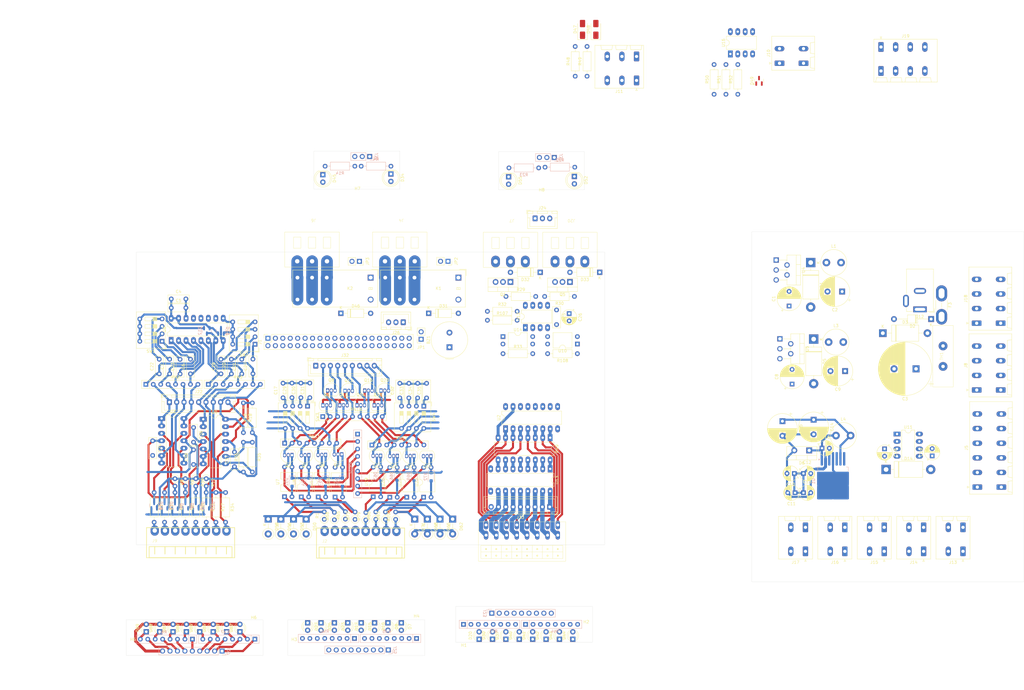
<source format=kicad_pcb>
(kicad_pcb
	(version 20240108)
	(generator "pcbnew")
	(generator_version "8.0")
	(general
		(thickness 1.6)
		(legacy_teardrops no)
	)
	(paper "A3")
	(layers
		(0 "F.Cu" signal)
		(31 "B.Cu" signal)
		(32 "B.Adhes" user "B.Adhesive")
		(33 "F.Adhes" user "F.Adhesive")
		(34 "B.Paste" user)
		(35 "F.Paste" user)
		(36 "B.SilkS" user "B.Silkscreen")
		(37 "F.SilkS" user "F.Silkscreen")
		(38 "B.Mask" user)
		(39 "F.Mask" user)
		(40 "Dwgs.User" user "User.Drawings")
		(41 "Cmts.User" user "User.Comments")
		(42 "Eco1.User" user "User.Eco1")
		(43 "Eco2.User" user "User.Eco2")
		(44 "Edge.Cuts" user)
		(45 "Margin" user)
		(46 "B.CrtYd" user "B.Courtyard")
		(47 "F.CrtYd" user "F.Courtyard")
		(48 "B.Fab" user)
		(49 "F.Fab" user)
		(50 "User.1" user)
		(51 "User.2" user)
		(52 "User.3" user)
		(53 "User.4" user)
		(54 "User.5" user)
		(55 "User.6" user)
		(56 "User.7" user)
		(57 "User.8" user)
		(58 "User.9" user)
	)
	(setup
		(pad_to_mask_clearance 0)
		(allow_soldermask_bridges_in_footprints no)
		(pcbplotparams
			(layerselection 0x00010fc_ffffffff)
			(plot_on_all_layers_selection 0x0000000_00000000)
			(disableapertmacros no)
			(usegerberextensions no)
			(usegerberattributes yes)
			(usegerberadvancedattributes yes)
			(creategerberjobfile yes)
			(dashed_line_dash_ratio 12.000000)
			(dashed_line_gap_ratio 3.000000)
			(svgprecision 4)
			(plotframeref no)
			(viasonmask no)
			(mode 1)
			(useauxorigin no)
			(hpglpennumber 1)
			(hpglpenspeed 20)
			(hpglpendiameter 15.000000)
			(pdf_front_fp_property_popups yes)
			(pdf_back_fp_property_popups yes)
			(dxfpolygonmode yes)
			(dxfimperialunits yes)
			(dxfusepcbnewfont yes)
			(psnegative no)
			(psa4output no)
			(plotreference yes)
			(plotvalue yes)
			(plotfptext yes)
			(plotinvisibletext no)
			(sketchpadsonfab no)
			(subtractmaskfromsilk no)
			(outputformat 1)
			(mirror no)
			(drillshape 1)
			(scaleselection 1)
			(outputdirectory "")
		)
	)
	(net 0 "")
	(net 1 "+5V")
	(net 2 "/Buzzer")
	(net 3 "+24V filtered")
	(net 4 "GND")
	(net 5 "+3V3")
	(net 6 "/ADC_CH3")
	(net 7 "/ADC_CH1")
	(net 8 "+12V")
	(net 9 "Net-(D6-K)")
	(net 10 "Net-(U1-BOOT)")
	(net 11 "/Dig-IN_1")
	(net 12 "Net-(U11-CAP+)")
	(net 13 "Net-(D14-K)")
	(net 14 "-5V")
	(net 15 "/ADC_CH5")
	(net 16 "/ADC_CH6")
	(net 17 "/ADC_CH0")
	(net 18 "/ADC_CH2")
	(net 19 "/ADC_CH7")
	(net 20 "/ADC_CH4")
	(net 21 "/Dig-IN_2")
	(net 22 "/Dig-IN_3")
	(net 23 "/Dig-IN_4")
	(net 24 "/Dig-IN_5")
	(net 25 "/Dig-IN_6")
	(net 26 "/Dig-IN_7")
	(net 27 "/Dig-IN_8")
	(net 28 "Net-(D1-K)")
	(net 29 "Net-(D2-K)")
	(net 30 "Net-(D5-K)")
	(net 31 "OUT_Digital_1_open-drain")
	(net 32 "Net-(U3C-+)")
	(net 33 "Net-(U3D-+)")
	(net 34 "IN_Analog_6 (0-20mA)")
	(net 35 "IN_Analog_7 (0-20mA)")
	(net 36 "Net-(U9B-+)")
	(net 37 "/OUT_PWM_1_diode")
	(net 38 "/OUT_PWM_2_diode")
	(net 39 "Net-(D34-A)")
	(net 40 "Net-(U9A-+)")
	(net 41 "OUT_Digital_2_open-drain")
	(net 42 "OUT_Digital_3_open-drain")
	(net 43 "OUT_Digital_4_open-drain")
	(net 44 "OUT_Digital_5_open-drain")
	(net 45 "Net-(U3A-+)")
	(net 46 "I2C_SDA")
	(net 47 "RS485_B")
	(net 48 "RS485_A")
	(net 49 "Net-(D50-A1)")
	(net 50 "Net-(D51-A)")
	(net 51 "Net-(D53-A1)")
	(net 52 "Net-(D54-A)")
	(net 53 "Net-(D56-A1)")
	(net 54 "Net-(D57-A)")
	(net 55 "Net-(D59-A1)")
	(net 56 "Net-(D60-A)")
	(net 57 "Net-(D62-A1)")
	(net 58 "Net-(D63-A)")
	(net 59 "Net-(D65-A1)")
	(net 60 "Net-(D66-A)")
	(net 61 "Net-(D68-A1)")
	(net 62 "Net-(D69-A)")
	(net 63 "Net-(D71-A1)")
	(net 64 "Net-(D72-A)")
	(net 65 "+BATT")
	(net 66 "unconnected-(J1-ID_SD{slash}GPIO0-Pad27)")
	(net 67 "/SPI_CE0_ADC")
	(net 68 "Net-(J1-3V3-Pad1)")
	(net 69 "/SPI0_miso_ADC")
	(net 70 "/UART_DIR-T")
	(net 71 "/SPI0_mosi_ADC")
	(net 72 "/SPI0_sclk_ADC")
	(net 73 "/UART_TX")
	(net 74 "/SPI1_miso_FREE")
	(net 75 "/SR-OUT_latch")
	(net 76 "/SPI1_mosi_FREE")
	(net 77 "/SR-OUT_clock")
	(net 78 "/SR-OUT_data")
	(net 79 "unconnected-(J1-ID_SC{slash}GPIO1-Pad28)")
	(net 80 "/SPI1_CE_FREE")
	(net 81 "/UART_RX")
	(net 82 "/OUT_PWM_2")
	(net 83 "/SPI1_sclk_FREE")
	(net 84 "/OUT_PWM_1")
	(net 85 "IN_Digital_8")
	(net 86 "IN_Digital_5")
	(net 87 "IN_Digital_2")
	(net 88 "IN_Digital_3")
	(net 89 "IN_Digital_4")
	(net 90 "IN_Digital_6")
	(net 91 "IN_Digital_7")
	(net 92 "IN_Digital_1")
	(net 93 "OUT_Digital_8")
	(net 94 "OUT_Digital_7_open-drain")
	(net 95 "OUT_Digital_2")
	(net 96 "OUT_Digital_4")
	(net 97 "OUT_Digital_5")
	(net 98 "OUT_Digital_6")
	(net 99 "OUT_Digital_3")
	(net 100 "OUT_Digital_7")
	(net 101 "OUT_Digital_8_open-drain")
	(net 102 "OUT_Digital_1")
	(net 103 "OUT_Digital_6_open-drain")
	(net 104 "Net-(J4-Pin_1)")
	(net 105 "Net-(J4-Pin_2)")
	(net 106 "Net-(J4-Pin_3)")
	(net 107 "OUT_Digital_COM_open-drain")
	(net 108 "Net-(J6-Pin_1)")
	(net 109 "Net-(J6-Pin_3)")
	(net 110 "Net-(J6-Pin_2)")
	(net 111 "IN_Analog_1 (0-3.3V)")
	(net 112 "IN_Analog_5 (0-24V)")
	(net 113 "IN_Analog_4 (0-12V)")
	(net 114 "IN_Analog_2 (0-5V)")
	(net 115 "IN_Analog_0 (0-3.3V)")
	(net 116 "IN_Analog_3 (0-5V)")
	(net 117 "Net-(Q1-G)")
	(net 118 "Net-(Q2-G)")
	(net 119 "Net-(Q2-D)")
	(net 120 "Net-(Q5-G)")
	(net 121 "Net-(C17-Pad1)")
	(net 122 "Net-(Q7-G)")
	(net 123 "Net-(Q7-D)")
	(net 124 "Net-(C29-Pad1)")
	(net 125 "Net-(Q9-G)")
	(net 126 "Net-(C30-Pad1)")
	(net 127 "Net-(Q10-G)")
	(net 128 "Net-(Q11-D)")
	(net 129 "Net-(Q11-G)")
	(net 130 "Net-(C31-Pad1)")
	(net 131 "Net-(Q13-G)")
	(net 132 "Net-(Q13-D)")
	(net 133 "Net-(C32-Pad1)")
	(net 134 "Net-(Q15-D)")
	(net 135 "Net-(Q15-G)")
	(net 136 "Net-(C33-Pad1)")
	(net 137 "Net-(Q17-G)")
	(net 138 "Net-(Q17-D)")
	(net 139 "Net-(C34-Pad1)")
	(net 140 "Net-(Q19-D)")
	(net 141 "Net-(Q19-G)")
	(net 142 "Net-(C35-Pad1)")
	(net 143 "Net-(U9C--)")
	(net 144 "Net-(U12-~{OUTA})")
	(net 145 "Net-(U12-~{OUTB})")
	(net 146 "Net-(U12-INB)")
	(net 147 "Net-(R33-Pad1)")
	(net 148 "Net-(U9D--)")
	(net 149 "Net-(U12-INA)")
	(net 150 "Net-(R108-Pad1)")
	(net 151 "unconnected-(U1-EN-Pad7)")
	(net 152 "unconnected-(U1-NC-Pad5)")
	(net 153 "unconnected-(U2-QH'-Pad9)")
	(net 154 "unconnected-(U11-OSC-Pad7)")
	(net 155 "unconnected-(U11-NC-Pad1)")
	(net 156 "unconnected-(U12-NC-Pad8)")
	(net 157 "unconnected-(U12-NC-Pad1)")
	(net 158 "Net-(U3B-+)")
	(net 159 "Net-(D45-K)")
	(net 160 "/LED_analog-CH6")
	(net 161 "/LED_analog-CH2")
	(net 162 "/LED_analog-CH7")
	(net 163 "/LED_analog-CH5")
	(net 164 "/LED_analog-CH0")
	(net 165 "/LED_analog-CH1")
	(net 166 "/LED_analog-CH3")
	(net 167 "/LED_analog-CH4")
	(net 168 "Net-(D10-K)")
	(net 169 "Net-(D7-A)")
	(net 170 "Net-(D8-A)")
	(net 171 "Net-(D10-A)")
	(net 172 "Net-(D15-A)")
	(net 173 "Net-(D17-A)")
	(net 174 "Net-(D23-A)")
	(net 175 "Net-(D26-A)")
	(net 176 "Net-(D27-A)")
	(net 177 "Net-(D82-K)")
	(net 178 "Net-(D82-A)")
	(net 179 "Net-(D83-K)")
	(net 180 "Net-(D84-K)")
	(net 181 "Net-(D85-K)")
	(net 182 "Net-(D86-K)")
	(net 183 "Net-(D87-K)")
	(net 184 "Net-(D88-K)")
	(net 185 "Net-(D89-K)")
	(net 186 "Net-(J25-Pin_8)")
	(net 187 "Net-(J25-Pin_5)")
	(net 188 "Net-(J25-Pin_7)")
	(net 189 "Net-(J25-Pin_2)")
	(net 190 "Net-(J25-Pin_6)")
	(net 191 "Net-(J25-Pin_1)")
	(net 192 "Net-(J25-Pin_4)")
	(net 193 "Net-(J25-Pin_3)")
	(net 194 "Net-(J27-Pin_4)")
	(net 195 "Net-(J27-Pin_8)")
	(net 196 "Net-(J27-Pin_1)")
	(net 197 "Net-(J27-Pin_5)")
	(net 198 "Net-(J27-Pin_6)")
	(net 199 "Net-(J27-Pin_7)")
	(net 200 "Net-(J27-Pin_3)")
	(net 201 "Net-(J27-Pin_2)")
	(net 202 "Net-(D20-A)")
	(net 203 "Net-(D20-K)")
	(net 204 "Net-(D30-K)")
	(net 205 "Net-(D37-K)")
	(net 206 "Net-(D40-K)")
	(net 207 "Net-(D41-K)")
	(net 208 "Net-(D42-K)")
	(net 209 "Net-(D43-K)")
	(net 210 "Net-(D44-K)")
	(net 211 "/LED_digital-out_2")
	(net 212 "/LED_digital-out_8")
	(net 213 "/LED_digital-out_6")
	(net 214 "/LED_digital-out_5")
	(net 215 "/LED_digital-out_4")
	(net 216 "/LED_digital-out_7")
	(net 217 "/LED_digital-out_1")
	(net 218 "/LED_digital-out_3")
	(net 219 "Net-(J23-Pin_1)")
	(net 220 "Net-(J23-Pin_5)")
	(net 221 "Net-(J23-Pin_3)")
	(net 222 "Net-(J23-Pin_2)")
	(net 223 "Net-(J23-Pin_8)")
	(net 224 "Net-(J23-Pin_7)")
	(net 225 "Net-(J23-Pin_4)")
	(net 226 "Net-(J23-Pin_6)")
	(net 227 "/LED_relay-1")
	(net 228 "/LED_PWM-1")
	(net 229 "/LED_PWM-2")
	(net 230 "Net-(D34-K)")
	(net 231 "/LED_relay-2")
	(net 232 "Net-(D52-K)")
	(net 233 "Net-(D52-A)")
	(net 234 "Net-(D55-K)")
	(net 235 "Net-(J30-Pin_3)")
	(net 236 "Net-(J30-Pin_2)")
	(net 237 "Net-(J31-Pin_3)")
	(net 238 "Net-(J31-Pin_2)")
	(net 239 "Net-(RN9-R2.2)")
	(net 240 "Net-(RN9-R8.2)")
	(net 241 "Net-(RN9-R7.2)")
	(net 242 "Net-(RN9-R5.2)")
	(net 243 "Net-(RN9-R1.2)")
	(net 244 "Net-(RN9-R6.2)")
	(net 245 "Net-(RN9-R3.2)")
	(net 246 "Net-(RN9-R4.2)")
	(net 247 "/DIP_EN-Filter-ADC3")
	(net 248 "/DIP_EN-Filter-ADC1")
	(net 249 "/DIP_EN-Filter-ADC5")
	(net 250 "/DIP_EN-Filter-ADC6")
	(net 251 "/DIP_EN-Filter-ADC0")
	(net 252 "/DIP_EN-Filter-ADC2")
	(net 253 "/DIP_EN-Filter-ADC7")
	(net 254 "/DIP_EN-Filter-ADC4")
	(footprint "Capacitor_THT:CP_Radial_D10.0mm_P5.00mm" (layer "F.Cu") (at 311.446327 145.5787 180))
	(footprint "Connector_JST:JST_XH_B9B-XH-A_1x09_P2.50mm_Vertical" (layer "F.Cu") (at 130.635 143.7565))
	(footprint "Resistor_THT:R_Axial_DIN0207_L6.3mm_D2.5mm_P10.16mm_Horizontal" (layer "F.Cu") (at 266.69055 50.9683 90))
	(footprint "Button_Switch_THT:SW_DIP_SPSTx04_Slide_9.78x12.34mm_W7.62mm_P2.54mm" (layer "F.Cu") (at 78.1495 135.389 180))
	(footprint "Package_TO_SOT_THT:TO-92_Inline" (layer "F.Cu") (at 133.0945 157.2824))
	(footprint "Package_DIP:DIP-4_W10.16mm" (layer "F.Cu") (at 219.99505 136.336515 180))
	(footprint "Connector_PinSocket_2.54mm:PinSocket_1x02_P2.54mm_Vertical" (layer "F.Cu") (at 166.63005 134.7033 180))
	(footprint "Capacitor_THT:CP_Radial_D5.0mm_P2.50mm" (layer "F.Cu") (at 217.20105 125.922515 -90))
	(footprint "Relay_THT:Relay_SPDT_Omron_G2RL-1-E" (layer "F.Cu") (at 179.35505 113.6413 -90))
	(footprint "Resistor_THT:R_Axial_DIN0207_L6.3mm_D2.5mm_P10.16mm_Horizontal" (layer "F.Cu") (at 99.822 187.0877 -90))
	(footprint "LED_THT:LED_D3.0mm_IRGrey" (layer "F.Cu") (at 91.02905 234.6843 90))
	(footprint "LED_THT:LED_D3.0mm_IRGrey" (layer "F.Cu") (at 127.85905 231.6313 -90))
	(footprint "Capacitor_THT:CP_Radial_D8.0mm_P5.00mm" (layer "F.Cu") (at 292.31465 123.343351 90))
	(footprint "Diode_THT:D_DO-201AD_P15.24mm_Horizontal" (layer "F.Cu") (at 300.69665 134.6567 -90))
	(footprint "Package_DIP:DIP-8_W7.62mm_LongPads"
		(layer "F.Cu")
		(uuid "0a190fd7-2dbf-4d42-bf26-6ca23693d527")
		(at 272.23555 37.1933 90)
		(descr "8-lead though-hole mounted DIP package, row spacing 7.62 mm (300 mils), LongPads")
		(tags "THT DIP DIL PDIP 2.54mm 7.62mm 300mil LongPads")
		(property "Reference" "U16"
			(at 3.81 -2.33 90)
			(layer "F.SilkS")
			(uuid "774d4eee-02fd-40fc-9307-dc87ff5b3d17")
			(effects
				(font
					(size 1 1)
					(thickness 0.15)
				)
			)
		)
		(property "Value" "MAX3483"
			(at 3.81 9.95 90)
			(layer "F.Fab")
			(uuid "0a8e769d-8d10-463f-b6d0-98d39dfd4189")
			(effects
				(font
					(size 1 1)
					(thickness 0.15)
				)
			)
		)
		(property "Footprint" "Package_DIP:DIP-8_W7.62mm_LongPads"
			(at 0 0 90)
			(unlocked yes)
			(layer "F.Fab")
			(hide yes)
			(uuid "f40826d5-19cf-45ac-b5b1-b00bcb51981e")
			(effects
				(font
					(size 1.27 1.27)
					(thickness 0.15)
				)
			)
		)
		(property "Datasheet" "https://datasheets.maximintegrated.com/en/ds/MAX3483-MAX3491.pdf"
			(at 0 0 90)
			(unlocked yes)
			(layer "F.Fab")
			(hide yes)
			(uuid "2c121ce4-705a-401f-a285-fd25522f951a")
			(effects
				(font
					(size 1.27 1.27)
					(thickness 0.15)
				)
			)
		)
		(property "Description" "True RS-485/RS-422, 0.25Mbps, Slew-Rate Limited, with low-power shutdown, with receiver/driver enable, 32 receiver drive capacitity, DIP-8 and SOIC-8"
			(at 0 0 90)
			(unlocked yes)
			(layer "F.Fab")
			(hide yes)
			(uuid "5ebc0a7d-9bbe-4805-ac89-bbebcf628127")
			(effects
				(font
					(size 1.27 1.27)
					(thickness 0.15)
				)
			)
		)
		(property ki_fp_filters "DIP*W7.62mm* SOIC*3.9x4.9mm*P1.27mm*")
		(path "/0be52a61-fdab-4ded-9e87-4e3a717d77e2")
		(sheetname "Root")
		(sheetfile "pi-interface-board_v1.0.kicad_sch")
		(attr through_hole)
		(fp_line
			(start 6.06 -1.33)
			(end 4.81 -1.33)
			(stroke
				(width 0.12)
				(type solid)
			)
			(layer "F.SilkS")
			(uuid "13f8b196-7fff-46c3-8769-915480b921ce")
		)
		(fp_line
			(start 2.81 -1.33)
			(end 1.56 -1.33)
			(stroke
				(width 0.12)
				(type solid)
			)
			(layer "F.SilkS")
			(uuid "f382e960-75ce-4f8a-9bdc-e181dd51a2f4")
		)
		(fp_line
			(start 1.56 -1.33)
			(end 1.56 8.95)
			(stroke
				(width 0.12)
				(type solid)
			)
			(layer "F.SilkS")
			(uuid "f6ee7341-ec1a-4bff-8a40-1caea67e29a1")
		)
		(fp_line
			(start 6.06 8.95)
			(end 6.06 -1.33)
			(stroke
				(width 0.12)
				(type solid)
			)
			(layer "F.SilkS")
			(uuid "aa4173c5-49f2-41e4-8e6c-53fc18721f75")
		)
		(fp_line
			(start 1.56 8.95)
			(end 6.06 8.95)
			(stroke
				(width 0.12)
				(type solid)
			)
			(layer "F.SilkS")
			(uuid "11bf78bb-6d2d-4243-80eb-e74695de97b3")
		)
		(fp_arc
			(start 4.81 -1.33)
			(mid 3.81 -0.33)
			(end 2.81 -1.33)
			(stroke
				(width 0.12)
				(type solid)
			)
			(layer "F.SilkS")
			(uuid "9947883c-14e9-4098-837a-a6604b0863db")
		)
		(fp_line
			(start 9.1 -1.55)
			(end -1.45 -1.55)
			(stroke
				(width 0.05)
				(type solid)
			)
			(layer "F.CrtYd")
			(uuid "b1706fe2-6227-44aa-a883-f6941d2eaab7")
		)
		(fp_line
			(start -1.45 -1.55)
			(end -1.45 9.15)
			(stroke
				(width 0.05)
				(type solid)
			)
			(layer "F.CrtYd")
			(uuid "1f4b5f49-c116-4931-ae12-b3f3f500f25c")
		)
		(fp_line
			(start 9.1 9.15)
			(end 9.1 -1.55)
			(stroke
				(width 0.05)
				(type solid)
			)
			(layer "F.CrtYd")
			(uuid "870f306c-54f3-48ab-9c98-5a33ef52a96c")
		)
		(fp_line
			(start -1.45 9.15)
			(end 9.1 9.15)
			(stroke
				(width 0.05)
				(type solid)
			)
			(layer "F.CrtYd")
			(uuid "55089681-9069-444c-a519-dbe48c932fde")
		)
		(fp_line
			(start 6.985 -1.27)
			(end 6.985 8.89)
			(stroke
				(width 0.1)
				(type solid)
			)
			(layer "F.Fab")
			(uuid "74c8944a-85b7-49a4-9648-e32eab66384c")
		)
		(fp_line
			(start 1.635 -1.27)
			(end 6.985 -1.27)
			(stroke
				(width 0.1)
				(type solid)
			)
			(layer "F.Fab")
			(uuid "387765ee-9cc8-422c-a5a3-ecc2b7e570d5")
		)
		(fp_line
			(start 0.635 -0.27)
			(end 1.635 -1.27)
			(stroke
				(width 0.1)
				(type solid)
			)
			(layer "F.Fab")
			(uuid "2a488d99-c11e-4f39-aa09-e64687358390")
		)
		(fp_line
			(start 6.985 8.89)
			(end 0.635 8.89)
			(stroke
				(width 0.1)
				(type solid)
			)
			(layer "F.Fab")
			(uuid "2972361a-1008-4fad-9fcc-8f03d84e014f")
		)
		(fp_line
			(start 0.635 8.89)
			(end 0.635 -0.27)
			(stroke
				(width 0.1)
				(type solid)
			)
			(layer "F.Fab")
			(uuid "80ebdc76-c005-4eb7-b4b8-3e8536bf9ccc")
		)
		(fp_text user "${REFERENCE}"
			(at 3.81 3.81 90)
			(layer "F.Fab")
			(uuid "0e1602b9-5ea5-40a9-9c93-432912a1ec2a")
			(effects
				(font
					(size 1 1)
					(thickness 0.15)
				)
			)
		)
		(pad "1" thru_hole rect
			(at 0 0 90)
			(size 2.4 1.6)
			(drill 0.8)
			(layers "*.Cu" "*.Mask")
			(remove_unused_layers no)
			(net 81 "/UART_RX")
			(pinfunction "RO")
			(pintype "output")
			(uuid "38f56b45-c0ec-434f-81f2-594088f99d98")
		)
		(pad "2" thru_hole oval
			(at 0 2.54 90)
			(size 2.4 1.6)
			(drill 0.8)
			(layers "*.Cu" "*.Mask")
			(remove_unused_layers no)
			(net 70 "/UART_DIR-T")
			(pinfunction "~{RE}")
			(pintype "input")
			(uuid "c7e708f4-9bfe-48bf-8e2b-d47e8811c804")
		)
		(pad "3" thru_hole oval
			(at 0 5.08 90)
			(size 2.4 1.6)
			(drill 0.8)
			(layers "*.Cu" "*.Mask")
			(remove_unused_layers no)
			(net 70 "/UART_DIR-T")
			(pinfunction "DE")
			(pintype "input")
			(uuid "bde9401d-7a00-4ac0-924d-b92318179e2d")
		)
		(pad "4" thru_hole oval
			(at 0 7.62 90)
			(size 2.4 1.6)
			(drill 0.8)
			(layers "*.Cu" "*.Mask")
			(remove_unused_layers no)
			(net 73 "/UART_TX")
			(pinfunction "DI")
... [1830539 chars truncated]
</source>
